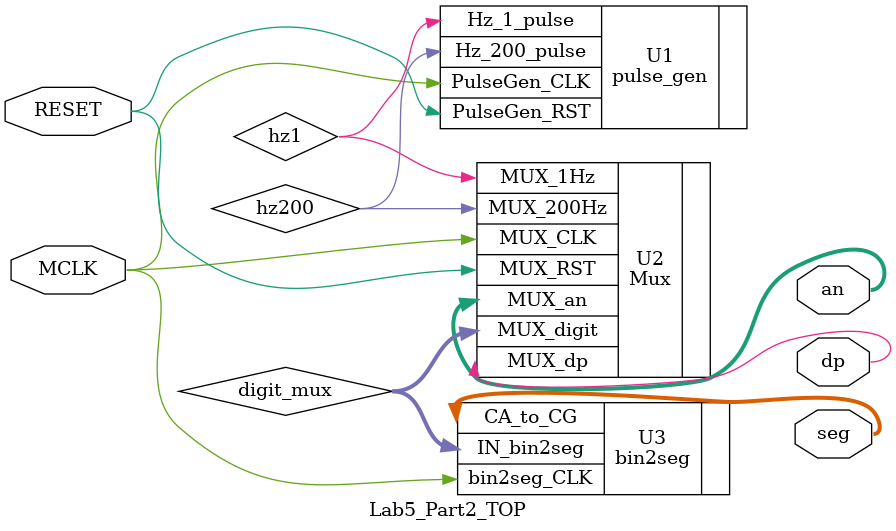
<source format=v>
`timescale 1ns / 1ps
/* *********************************************************************************
*	Module name: Lab5_Part2_TOP.v
*	Description: Verilog top module for Lab5-Part 2. All needed modules are instantiated
*					 below. Inputs are Baysys2 MCLK and a reset switch on Baysys2 board.
*					 Outputs are a 7sd digit, AN select (for selecting 7sd on Baysys2 board)
*					 and a decimal point. 
*
*	Author				Date						Revision		Comments	
************************************************************************************
*	Leonardo Fusser	15 November 2021		v1.0.0		Created Lab5_Part2_TOP.v file.
*	Leonardo Fusser	27 November 2021		v1.0.1		Completed Lab5_Part2_TOP.v file.
************************************************************************************/

/*Lab5_Part2_TOP module*/
module Lab5_Part2_TOP(
	 input MCLK, RESET,	//MCLCK and RESET inputs.
	 output [6:0] seg,	//7sd digit output.
	 output [3:0] an,		//Selected 7sd AN output.
	 output dp				//7sd decimal point output.
    );
	 
	 /*Internal wire declarations*/
	 wire hz1, hz200;
	 wire [3:0] digit_mux;

	 /*pulse_gen module instantiation*/
	 pulse_gen U1(
		.PulseGen_CLK(MCLK),		//Provides MCLK as input to module.
		.PulseGen_RST(RESET),	//Provides RESET as input to module.
		.Hz_1_pulse(hz1),			//Takes 1Hz pulse as output from module.
		.Hz_200_pulse(hz200)		//Takes 200Hz pulse as output from module.
	 );
	
	 /*Mux module instantiation*/
	 Mux U2(
		.MUX_CLK(MCLK),			//Provides MCLK as input to module.
		.MUX_RST(RESET),			//Provides RESET as input to module.
		.MUX_1Hz(hz1),				//Provides 1Hz pulse as input to module.
		.MUX_200Hz(hz200),		//Provides 200Hz pulse as input to module.
		.MUX_digit(digit_mux),	//Takes selected 7sd digit as output from module.
		.MUX_an(an),				//Takes selected 7sd AN as output from module.
		.MUX_dp(dp)					//Takes selected 7sd decimal point as output from module.
	 );
	
	 /*bin2seg module instantiation*/
	 bin2seg U3(
		.bin2seg_CLK(MCLK),		//Provides MCLK as input to module.
		.IN_bin2seg(digit_mux),	//Provides selected 7sd digit as input to module.
		.CA_to_CG(seg)				//Takes selected 7sd digit as output from module.
	 );

endmodule

</source>
